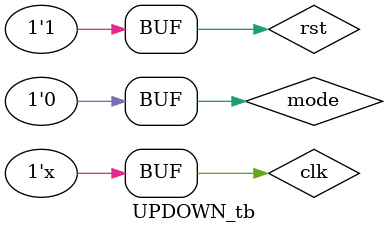
<source format=v>
module UPDOWN(
              input clk,rst,
              input mode,
              output reg [3:0]count
              );

always @(posedge clk or negedge rst)
begin
if(!rst)
    count<=0;
    else
        begin
        if(mode)
            count<=count+1;
        else
            count<=count-1;
        end
end
endmodule

module UPDOWN_tb();
    reg clk,rst;
    reg mode;
    wire [3:0]count;

    //instantiation
    UPDOWN UP(clk,rst,mode,count);

    initial
    clk=0;
    always #5 clk=~clk;

    initial
    begin
    rst=0;
#20;
    rst=1;
    end

    initial
    begin
    mode=1;#80;
    mode=0;
    end

    initial
    $monitor(count);
    endmodule

</source>
